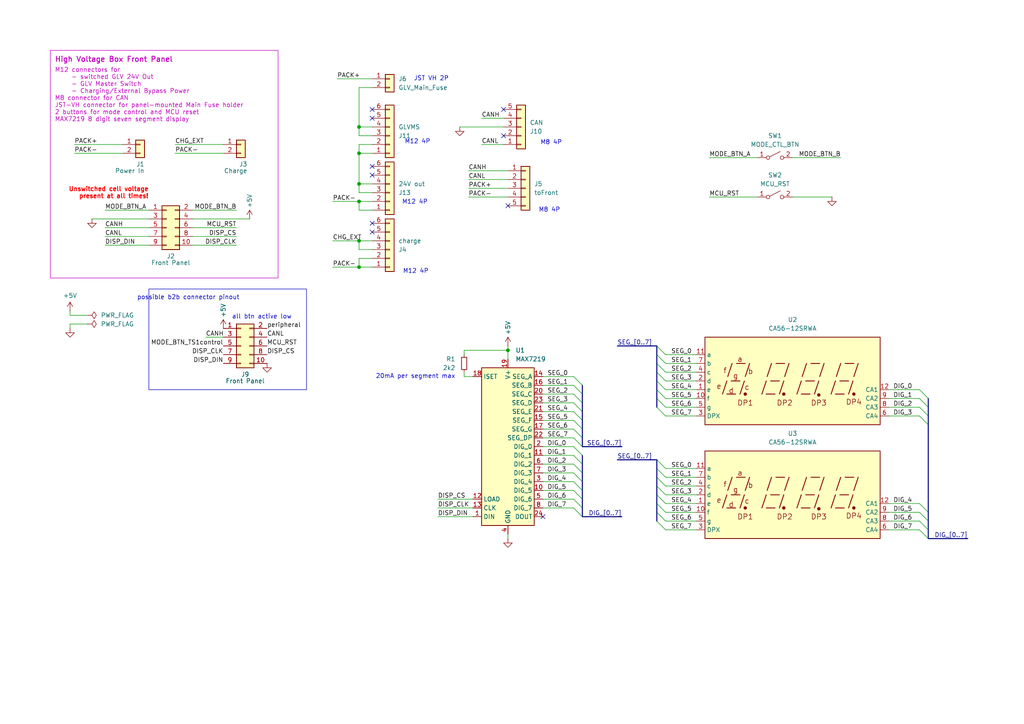
<source format=kicad_sch>
(kicad_sch (version 20231120) (generator "eeschema") (generator_version "8.0")
  (paper "A4")
  (lib_symbols
    (symbol "Connector_Generic:Conn_01x02" (pin_names (offset 1.016) hide)
      (property "Reference" "J" (at 0 2.54 0))
      (property "Value" "Conn_01x02" (at 0 -5.08 0))
      (symbol "Conn_01x02_1_1"
        (rectangle (start -1.27 -2.413) (end 0 -2.667) (stroke (width 0.1524)))
        (rectangle (start -1.27 0.127) (end 0 -0.127) (stroke (width 0.1524)))
        (rectangle (start -1.27 1.27) (end 1.27 -3.81) (stroke (width 0.254)) (fill (type background)))
        (pin passive line (at -5.08 0 0) (length 3.81) (name "Pin_1") (number "1"))
        (pin passive line (at -5.08 -2.54 0) (length 3.81) (name "Pin_2") (number "2"))
      )
    )
    (symbol "Connector_Generic:Conn_01x05" (pin_names (offset 1.016) hide)
      (property "Reference" "J" (at 0 7.62 0))
      (property "Value" "Conn_01x05" (at 0 -7.62 0))
      (symbol "Conn_01x05_1_1"
        (rectangle (start -1.27 -4.953) (end 0 -5.207) (stroke (width 0.1524)))
        (rectangle (start -1.27 -2.413) (end 0 -2.667) (stroke (width 0.1524)))
        (rectangle (start -1.27 0.127) (end 0 -0.127) (stroke (width 0.1524)))
        (rectangle (start -1.27 2.667) (end 0 2.413) (stroke (width 0.1524)))
        (rectangle (start -1.27 5.207) (end 0 4.953) (stroke (width 0.1524)))
        (rectangle (start -1.27 6.35) (end 1.27 -6.35) (stroke (width 0.254)) (fill (type background)))
        (pin passive line (at -5.08 5.08 0) (length 3.81) (name "Pin_1") (number "1"))
        (pin passive line (at -5.08 2.54 0) (length 3.81) (name "Pin_2") (number "2"))
        (pin passive line (at -5.08 0 0) (length 3.81) (name "Pin_3") (number "3"))
        (pin passive line (at -5.08 -2.54 0) (length 3.81) (name "Pin_4") (number "4"))
        (pin passive line (at -5.08 -5.08 0) (length 3.81) (name "Pin_5") (number "5"))
      )
    )
    (symbol "Connector_Generic:Conn_02x05_Odd_Even" (pin_names (offset 1.016) hide)
      (property "Reference" "J" (at 1.27 7.62 0))
      (property "Value" "Conn_02x05_Odd_Even" (at 1.27 -7.62 0))
      (symbol "Conn_02x05_Odd_Even_1_1"
        (rectangle (start -1.27 -4.953) (end 0 -5.207) (stroke (width 0.1524)))
        (rectangle (start -1.27 -2.413) (end 0 -2.667) (stroke (width 0.1524)))
        (rectangle (start -1.27 0.127) (end 0 -0.127) (stroke (width 0.1524)))
        (rectangle (start -1.27 2.667) (end 0 2.413) (stroke (width 0.1524)))
        (rectangle (start -1.27 5.207) (end 0 4.953) (stroke (width 0.1524)))
        (rectangle (start -1.27 6.35) (end 3.81 -6.35) (stroke (width 0.254)) (fill (type background)))
        (rectangle (start 3.81 -4.953) (end 2.54 -5.207) (stroke (width 0.1524)))
        (rectangle (start 3.81 -2.413) (end 2.54 -2.667) (stroke (width 0.1524)))
        (rectangle (start 3.81 0.127) (end 2.54 -0.127) (stroke (width 0.1524)))
        (rectangle (start 3.81 2.667) (end 2.54 2.413) (stroke (width 0.1524)))
        (rectangle (start 3.81 5.207) (end 2.54 4.953) (stroke (width 0.1524)))
        (pin passive line (at -5.08 5.08 0) (length 3.81) (name "Pin_1") (number "1"))
        (pin passive line (at 7.62 -5.08 180) (length 3.81) (name "Pin_10") (number "10"))
        (pin passive line (at 7.62 5.08 180) (length 3.81) (name "Pin_2") (number "2"))
        (pin passive line (at -5.08 2.54 0) (length 3.81) (name "Pin_3") (number "3"))
        (pin passive line (at 7.62 2.54 180) (length 3.81) (name "Pin_4") (number "4"))
        (pin passive line (at -5.08 0 0) (length 3.81) (name "Pin_5") (number "5"))
        (pin passive line (at 7.62 0 180) (length 3.81) (name "Pin_6") (number "6"))
        (pin passive line (at -5.08 -2.54 0) (length 3.81) (name "Pin_7") (number "7"))
        (pin passive line (at 7.62 -2.54 180) (length 3.81) (name "Pin_8") (number "8"))
        (pin passive line (at -5.08 -5.08 0) (length 3.81) (name "Pin_9") (number "9"))
      )
    )
    (symbol "Device:R_Small" (pin_numbers hide) (pin_names (offset 0.254) hide)
      (property "Reference" "R" (at 0.762 0.508 0))
      (property "Value" "R_Small" (at 0.762 -1.016 0))
      (symbol "R_Small_0_1"
        (rectangle (start -0.762 1.778) (end 0.762 -1.778) (stroke (width 0.2032)))
      )
      (symbol "R_Small_1_1"
        (pin passive line (at 0 2.54 270) (length 0.762) (name "~") (number "1"))
        (pin passive line (at 0 -2.54 90) (length 0.762) (name "~") (number "2"))
      )
    )
    (symbol "Display_Character:CA56-12SRWA"
      (property "Reference" "U" (at -24.13 13.97 0))
      (property "Value" "CA56-12SRWA" (at 17.78 13.97 0))
      (symbol "CA56-12SRWA_0_0"
        (rectangle (start -25.4 12.7) (end 25.4 -12.7) (stroke (width 0.254)) (fill (type background)))
        (polyline (pts (xy -20.32 -3.81) (xy -19.05 0)) (stroke (width 0.254)))
        (polyline (pts (xy -19.05 -3.81) (xy -16.51 -3.81)) (stroke (width 0.254)))
        (polyline (pts (xy -18.796 1.27) (xy -17.526 5.08)) (stroke (width 0.254)))
        (polyline (pts (xy -17.78 0) (xy -15.24 0)) (stroke (width 0.254)))
        (polyline (pts (xy -16.256 5.08) (xy -13.716 5.08)) (stroke (width 0.254)))
        (polyline (pts (xy -15.24 -3.81) (xy -13.97 0)) (stroke (width 0.254)))
        (polyline (pts (xy -13.716 1.27) (xy -12.446 5.08)) (stroke (width 0.254)))
        (polyline (pts (xy -8.89 -3.81) (xy -7.62 0)) (stroke (width 0.254)))
        (polyline (pts (xy -7.62 -3.81) (xy -5.08 -3.81)) (stroke (width 0.254)))
        (polyline (pts (xy -7.366 1.27) (xy -6.096 5.08)) (stroke (width 0.254)))
        (polyline (pts (xy -6.35 0) (xy -3.81 0)) (stroke (width 0.254)))
        (polyline (pts (xy -4.826 5.08) (xy -2.286 5.08)) (stroke (width 0.254)))
        (polyline (pts (xy -3.81 -3.81) (xy -2.54 0)) (stroke (width 0.254)))
        (polyline (pts (xy -2.286 1.27) (xy -1.016 5.08)) (stroke (width 0.254)))
        (polyline (pts (xy 1.27 -3.81) (xy 2.54 0)) (stroke (width 0.254)))
        (polyline (pts (xy 2.54 -3.81) (xy 5.08 -3.81)) (stroke (width 0.254)))
        (polyline (pts (xy 2.794 1.27) (xy 4.064 5.08)) (stroke (width 0.254)))
        (polyline (pts (xy 3.81 0) (xy 6.35 0)) (stroke (width 0.254)))
        (polyline (pts (xy 5.334 5.08) (xy 7.874 5.08)) (stroke (width 0.254)))
        (polyline (pts (xy 6.35 -3.81) (xy 7.62 0)) (stroke (width 0.254)))
        (polyline (pts (xy 7.874 1.27) (xy 9.144 5.08)) (stroke (width 0.254)))
        (polyline (pts (xy 11.176 -3.81) (xy 12.446 0)) (stroke (width 0.254)))
        (polyline (pts (xy 12.446 -3.81) (xy 14.986 -3.81)) (stroke (width 0.254)))
        (polyline (pts (xy 12.7 1.27) (xy 13.97 5.08)) (stroke (width 0.254)))
        (polyline (pts (xy 13.716 0) (xy 16.256 0)) (stroke (width 0.254)))
        (polyline (pts (xy 15.24 5.08) (xy 17.78 5.08)) (stroke (width 0.254)))
        (polyline (pts (xy 16.256 -3.81) (xy 17.526 0)) (stroke (width 0.254)))
        (polyline (pts (xy 17.78 1.27) (xy 19.05 5.08)) (stroke (width 0.254)))
        (text "a" (at -15.24 6.35 0) (effects (font (size 1.524 1.524))))
        (text "b" (at -12.192 2.794 0) (effects (font (size 1.524 1.524))))
        (text "c" (at -13.208 -1.778 0) (effects (font (size 1.524 1.524))))
        (text "d" (at -17.78 -2.794 0) (effects (font (size 1.524 1.524))))
        (text "DP1" (at -13.716 -6.35 0) (effects (font (size 1.524 1.524))))
        (text "DP2" (at -2.286 -6.35 0) (effects (font (size 1.524 1.524))))
        (text "DP3" (at 7.62 -6.35 0) (effects (font (size 1.524 1.524))))
        (text "DP4" (at 17.78 -6.096 0) (effects (font (size 1.524 1.524))))
        (text "e" (at -21.336 -1.524 0) (effects (font (size 1.524 1.524))))
        (text "f" (at -19.558 3.048 0) (effects (font (size 1.524 1.524))))
        (text "g" (at -16.51 1.524 0) (effects (font (size 1.524 1.524))))
      )
      (symbol "CA56-12SRWA_0_1"
        (circle (center -13.716 -3.81) (radius 0.3556) (stroke (width 0.254)) (fill (type outline)))
        (circle (center -2.54 -3.81) (radius 0.3556) (stroke (width 0.254)) (fill (type outline)))
      )
      (symbol "CA56-12SRWA_1_0"
        (circle (center 7.62 -4.064) (radius 0.3556) (stroke (width 0.254)) (fill (type outline)))
        (circle (center 17.78 -3.81) (radius 0.3556) (stroke (width 0.254)) (fill (type outline)))
      )
      (symbol "CA56-12SRWA_1_1"
        (pin input line (at -27.94 -2.54 0) (length 2.54) (name "e") (number "1"))
        (pin input line (at -27.94 -5.08 0) (length 2.54) (name "f") (number "10"))
        (pin input line (at -27.94 7.62 0) (length 2.54) (name "a") (number "11"))
        (pin input line (at 27.94 -2.54 180) (length 2.54) (name "CA1") (number "12"))
        (pin input line (at -27.94 0 0) (length 2.54) (name "d") (number "2"))
        (pin input line (at -27.94 -10.16 0) (length 2.54) (name "DPX") (number "3"))
        (pin input line (at -27.94 2.54 0) (length 2.54) (name "c") (number "4"))
        (pin input line (at -27.94 -7.62 0) (length 2.54) (name "g") (number "5"))
        (pin input line (at 27.94 -10.16 180) (length 2.54) (name "CA4") (number "6"))
        (pin input line (at -27.94 5.08 0) (length 2.54) (name "b") (number "7"))
        (pin input line (at 27.94 -7.62 180) (length 2.54) (name "CA3") (number "8"))
        (pin input line (at 27.94 -5.08 180) (length 2.54) (name "CA2") (number "9"))
      )
    )
    (symbol "Driver_LED:MAX7219"
      (property "Reference" "U" (at -6.35 24.13 0))
      (property "Value" "MAX7219" (at 1.27 25.4 0))
      (symbol "MAX7219_0_1"
        (rectangle (start -7.62 22.86) (end 7.62 -22.86) (stroke (width 0.254)) (fill (type background)))
      )
      (symbol "MAX7219_1_1"
        (pin input line (at -10.16 -20.32 0) (length 2.54) (name "DIN") (number "1"))
        (pin output line (at 10.16 -12.7 180) (length 2.54) (name "DIG_5") (number "10"))
        (pin output line (at 10.16 -2.54 180) (length 2.54) (name "DIG_1") (number "11"))
        (pin input line (at -10.16 -15.24 0) (length 2.54) (name "LOAD") (number "12"))
        (pin input line (at -10.16 -17.78 0) (length 2.54) (name "CLK") (number "13"))
        (pin output line (at 10.16 20.32 180) (length 2.54) (name "SEG_A") (number "14"))
        (pin output line (at 10.16 7.62 180) (length 2.54) (name "SEG_F") (number "15"))
        (pin output line (at 10.16 17.78 180) (length 2.54) (name "SEG_B") (number "16"))
        (pin output line (at 10.16 5.08 180) (length 2.54) (name "SEG_G") (number "17"))
        (pin input line (at -10.16 20.32 0) (length 2.54) (name "ISET") (number "18"))
        (pin power_in line (at 0 25.4 270) (length 2.54) (name "V+") (number "19"))
        (pin output line (at 10.16 0 180) (length 2.54) (name "DIG_0") (number "2"))
        (pin output line (at 10.16 15.24 180) (length 2.54) (name "SEG_C") (number "20"))
        (pin output line (at 10.16 10.16 180) (length 2.54) (name "SEG_E") (number "21"))
        (pin output line (at 10.16 2.54 180) (length 2.54) (name "SEG_DP") (number "22"))
        (pin output line (at 10.16 12.7 180) (length 2.54) (name "SEG_D") (number "23"))
        (pin output line (at 10.16 -20.32 180) (length 2.54) (name "DOUT") (number "24"))
        (pin output line (at 10.16 -10.16 180) (length 2.54) (name "DIG_4") (number "3"))
        (pin power_in line (at 0 -25.4 90) (length 2.54) (name "GND") (number "4"))
        (pin output line (at 10.16 -15.24 180) (length 2.54) (name "DIG_6") (number "5"))
        (pin output line (at 10.16 -5.08 180) (length 2.54) (name "DIG_2") (number "6"))
        (pin output line (at 10.16 -7.62 180) (length 2.54) (name "DIG_3") (number "7"))
        (pin output line (at 10.16 -17.78 180) (length 2.54) (name "DIG_7") (number "8"))
        (pin passive line (at 0 -25.4 90) (length 2.54) hide (name "GND") (number "9"))
      )
    )
    (symbol "GND_1" (power) (pin_numbers hide) (pin_names (offset 0) hide)
      (property "Value" "GND" (at 0 -3.81 0))
      (symbol "GND_1_0_1"
        (polyline (pts (xy 0 0) (xy 0 -1.27) (xy 1.27 -1.27) (xy 0 -2.54) (xy -1.27 -1.27) (xy 0 -1.27)))
      )
      (symbol "GND_1_1_1"
        (pin power_in line (at 0 0 270) (length 0) (name "~") (number "1"))
      )
    )
    (symbol "PCM_4ms_Connector:Conn_01x06" (pin_names (offset 1.016) hide)
      (property "Reference" "J" (at 0 7.62 0))
      (property "Value" "Conn_01x06" (at 0 -10.16 0))
      (symbol "Conn_01x06_1_1"
        (rectangle (start -1.27 -7.493) (end 0 -7.747) (stroke (width 0.1524)))
        (rectangle (start -1.27 -4.953) (end 0 -5.207) (stroke (width 0.1524)))
        (rectangle (start -1.27 -2.413) (end 0 -2.667) (stroke (width 0.1524)))
        (rectangle (start -1.27 0.127) (end 0 -0.127) (stroke (width 0.1524)))
        (rectangle (start -1.27 2.667) (end 0 2.413) (stroke (width 0.1524)))
        (rectangle (start -1.27 5.207) (end 0 4.953) (stroke (width 0.1524)))
        (rectangle (start -1.27 6.35) (end 1.27 -8.89) (stroke (width 0.254)) (fill (type background)))
        (pin passive line (at -5.08 5.08 0) (length 3.81) (name "Pin_1") (number "1"))
        (pin passive line (at -5.08 2.54 0) (length 3.81) (name "Pin_2") (number "2"))
        (pin passive line (at -5.08 0 0) (length 3.81) (name "Pin_3") (number "3"))
        (pin passive line (at -5.08 -2.54 0) (length 3.81) (name "Pin_4") (number "4"))
        (pin passive line (at -5.08 -5.08 0) (length 3.81) (name "Pin_5") (number "5"))
        (pin passive line (at -5.08 -7.62 0) (length 3.81) (name "Pin_6") (number "6"))
      )
    )
    (symbol "Switch:SW_SPST" (pin_names (offset 0) hide)
      (property "Reference" "SW" (at 0 3.175 0))
      (property "Value" "SW_SPST" (at 0 -2.54 0))
      (symbol "SW_SPST_0_0"
        (circle (center -2.032 0) (radius 0.508))
        (polyline (pts (xy -1.524 0.254) (xy 1.524 1.778)))
        (circle (center 2.032 0) (radius 0.508))
      )
      (symbol "SW_SPST_1_1"
        (pin passive line (at -5.08 0 0) (length 2.54) (name "A") (number "1"))
        (pin passive line (at 5.08 0 180) (length 2.54) (name "B") (number "2"))
      )
    )
    (symbol "power:+3V3" (power) (pin_numbers hide) (pin_names (offset 0) hide)
      (property "Value" "+3V3" (at 0 3.556 0))
      (symbol "+3V3_0_1"
        (polyline (pts (xy -0.762 1.27) (xy 0 2.54)))
        (polyline (pts (xy 0 0) (xy 0 2.54)))
        (polyline (pts (xy 0 2.54) (xy 0.762 1.27)))
      )
      (symbol "+3V3_1_1"
        (pin power_in line (at 0 0 90) (length 0) (name "~") (number "1"))
      )
    )
    (symbol "power:PWR_FLAG" (power) (pin_numbers hide) (pin_names (offset 0) hide)
      (property "Value" "PWR_FLAG" (at 0 3.81 0))
      (symbol "PWR_FLAG_0_0"
        (pin power_out line (at 0 0 90) (length 0) (name "~") (number "1"))
      )
      (symbol "PWR_FLAG_0_1"
        (polyline (pts (xy 0 0) (xy 0 1.27) (xy -1.016 1.905) (xy 0 2.54) (xy 1.016 1.905) (xy 0 1.27)))
      )
    )
  )
  (junction (at 104.14 69.85))
  (junction (at 104.14 36.83))
  (junction (at 104.14 44.45))
  (junction (at 104.14 77.47))
  (junction (at 104.14 53.34))
  (junction (at 104.14 58.42))
  (junction (at 147.32 101.6))
  (no_connect (at 107.95 31.75))
  (no_connect (at 157.48 149.86))
  (no_connect (at 107.95 64.77))
  (no_connect (at 147.32 59.69))
  (no_connect (at 107.95 34.29))
  (no_connect (at 146.05 39.37))
  (no_connect (at 107.95 67.31))
  (no_connect (at 107.95 50.8))
  (no_connect (at 146.05 31.75))
  (no_connect (at 107.95 48.26))
  (bus_entry (at 166.37 132.08) (size 2.54 2.54))
  (bus_entry (at 190.5 113.03) (size 2.54 2.54))
  (bus_entry (at 190.5 146.05) (size 2.54 2.54))
  (bus_entry (at 266.7 113.03) (size 2.54 2.54))
  (bus_entry (at 266.7 151.13) (size 2.54 2.54))
  (bus_entry (at 190.5 100.33) (size 2.54 2.54))
  (bus_entry (at 266.7 153.67) (size 2.54 2.54))
  (bus_entry (at 166.37 111.76) (size 2.54 2.54))
  (bus_entry (at 190.5 135.89) (size 2.54 2.54))
  (bus_entry (at 166.37 129.54) (size 2.54 2.54))
  (bus_entry (at 266.7 148.59) (size 2.54 2.54))
  (bus_entry (at 266.7 115.57) (size 2.54 2.54))
  (bus_entry (at 166.37 147.32) (size 2.54 2.54))
  (bus_entry (at 166.37 134.62) (size 2.54 2.54))
  (bus_entry (at 190.5 115.57) (size 2.54 2.54))
  (bus_entry (at 166.37 144.78) (size 2.54 2.54))
  (bus_entry (at 166.37 142.24) (size 2.54 2.54))
  (bus_entry (at 266.7 118.11) (size 2.54 2.54))
  (bus_entry (at 166.37 137.16) (size 2.54 2.54))
  (bus_entry (at 166.37 121.92) (size 2.54 2.54))
  (bus_entry (at 166.37 124.46) (size 2.54 2.54))
  (bus_entry (at 190.5 102.87) (size 2.54 2.54))
  (bus_entry (at 190.5 148.59) (size 2.54 2.54))
  (bus_entry (at 166.37 109.22) (size 2.54 2.54))
  (bus_entry (at 166.37 127) (size 2.54 2.54))
  (bus_entry (at 190.5 138.43) (size 2.54 2.54))
  (bus_entry (at 190.5 105.41) (size 2.54 2.54))
  (bus_entry (at 166.37 116.84) (size 2.54 2.54))
  (bus_entry (at 190.5 133.35) (size 2.54 2.54))
  (bus_entry (at 190.5 143.51) (size 2.54 2.54))
  (bus_entry (at 190.5 140.97) (size 2.54 2.54))
  (bus_entry (at 166.37 119.38) (size 2.54 2.54))
  (bus_entry (at 266.7 146.05) (size 2.54 2.54))
  (bus_entry (at 166.37 114.3) (size 2.54 2.54))
  (bus_entry (at 190.5 110.49) (size 2.54 2.54))
  (bus_entry (at 266.7 120.65) (size 2.54 2.54))
  (bus_entry (at 190.5 118.11) (size 2.54 2.54))
  (bus_entry (at 190.5 151.13) (size 2.54 2.54))
  (bus_entry (at 190.5 107.95) (size 2.54 2.54))
  (bus_entry (at 166.37 139.7) (size 2.54 2.54))
  (wire (pts (xy 104.14 55.88) (xy 107.95 55.88)))
  (wire (pts (xy 201.93 113.03) (xy 193.04 113.03)))
  (wire (pts (xy 25.4 91.44) (xy 20.32 91.44)))
  (wire (pts (xy 127 144.78) (xy 137.16 144.78)))
  (bus (pts (xy 269.24 120.65) (xy 269.24 123.19)))
  (wire (pts (xy 201.93 110.49) (xy 193.04 110.49)))
  (wire (pts (xy 104.14 60.96) (xy 104.14 58.42)))
  (bus (pts (xy 190.5 146.05) (xy 190.5 148.59)))
  (wire (pts (xy 157.48 142.24) (xy 166.37 142.24)))
  (wire (pts (xy 21.59 44.45) (xy 35.56 44.45)))
  (wire (pts (xy 157.48 114.3) (xy 166.37 114.3)))
  (wire (pts (xy 135.89 52.07) (xy 147.32 52.07)))
  (wire (pts (xy 157.48 124.46) (xy 166.37 124.46)))
  (wire (pts (xy 107.95 60.96) (xy 104.14 60.96)))
  (bus (pts (xy 190.5 115.57) (xy 190.5 118.11)))
  (wire (pts (xy 134.62 107.95) (xy 134.62 109.22)))
  (wire (pts (xy 104.14 39.37) (xy 107.95 39.37)))
  (bus (pts (xy 168.91 114.3) (xy 168.91 116.84)))
  (wire (pts (xy 135.89 49.53) (xy 147.32 49.53)))
  (wire (pts (xy 229.87 57.15) (xy 241.3 57.15)))
  (bus (pts (xy 269.24 156.21) (xy 280.67 156.21)))
  (wire (pts (xy 157.48 144.78) (xy 166.37 144.78)))
  (wire (pts (xy 104.14 36.83) (xy 104.14 39.37)))
  (wire (pts (xy 201.93 105.41) (xy 193.04 105.41)))
  (wire (pts (xy 107.95 41.91) (xy 104.14 41.91)))
  (wire (pts (xy 107.95 72.39) (xy 104.14 72.39)))
  (bus (pts (xy 190.5 113.03) (xy 190.5 115.57)))
  (wire (pts (xy 135.89 57.15) (xy 147.32 57.15)))
  (wire (pts (xy 68.58 66.04) (xy 55.88 66.04)))
  (wire (pts (xy 104.14 41.91) (xy 104.14 44.45)))
  (wire (pts (xy 104.14 74.93) (xy 104.14 77.47)))
  (bus (pts (xy 269.24 115.57) (xy 269.24 118.11)))
  (wire (pts (xy 201.93 102.87) (xy 193.04 102.87)))
  (bus (pts (xy 168.91 111.76) (xy 168.91 114.3)))
  (wire (pts (xy 104.14 53.34) (xy 107.95 53.34)))
  (wire (pts (xy 147.32 100.33) (xy 147.32 101.6)))
  (bus (pts (xy 168.91 144.78) (xy 168.91 147.32)))
  (bus (pts (xy 168.91 142.24) (xy 168.91 144.78)))
  (wire (pts (xy 201.93 138.43) (xy 193.04 138.43)))
  (wire (pts (xy 157.48 116.84) (xy 166.37 116.84)))
  (wire (pts (xy 20.32 93.98) (xy 20.32 95.25)))
  (bus (pts (xy 190.5 138.43) (xy 190.5 140.97)))
  (bus (pts (xy 190.5 133.35) (xy 190.5 135.89)))
  (wire (pts (xy 72.39 63.5) (xy 55.88 63.5)))
  (bus (pts (xy 190.5 140.97) (xy 190.5 143.51)))
  (wire (pts (xy 30.48 66.04) (xy 43.18 66.04)))
  (wire (pts (xy 266.7 153.67) (xy 257.81 153.67)))
  (wire (pts (xy 30.48 68.58) (xy 43.18 68.58)))
  (bus (pts (xy 168.91 116.84) (xy 168.91 119.38)))
  (wire (pts (xy 157.48 111.76) (xy 166.37 111.76)))
  (wire (pts (xy 157.48 129.54) (xy 166.37 129.54)))
  (wire (pts (xy 50.8 41.91) (xy 64.77 41.91)))
  (bus (pts (xy 190.5 100.33) (xy 190.5 102.87)))
  (bus (pts (xy 269.24 148.59) (xy 269.24 151.13)))
  (wire (pts (xy 157.48 139.7) (xy 166.37 139.7)))
  (wire (pts (xy 139.7 41.91) (xy 146.05 41.91)))
  (bus (pts (xy 190.5 107.95) (xy 190.5 110.49)))
  (wire (pts (xy 96.52 77.47) (xy 104.14 77.47)))
  (wire (pts (xy 157.48 132.08) (xy 166.37 132.08)))
  (wire (pts (xy 104.14 44.45) (xy 104.14 53.34)))
  (wire (pts (xy 257.81 120.65) (xy 266.7 120.65)))
  (wire (pts (xy 134.62 101.6) (xy 147.32 101.6)))
  (wire (pts (xy 104.14 36.83) (xy 107.95 36.83)))
  (wire (pts (xy 30.48 71.12) (xy 43.18 71.12)))
  (wire (pts (xy 201.93 107.95) (xy 193.04 107.95)))
  (bus (pts (xy 190.5 148.59) (xy 190.5 151.13)))
  (bus (pts (xy 190.5 135.89) (xy 190.5 138.43)))
  (wire (pts (xy 157.48 121.92) (xy 166.37 121.92)))
  (wire (pts (xy 104.14 72.39) (xy 104.14 69.85)))
  (wire (pts (xy 229.87 45.72) (xy 243.84 45.72)))
  (wire (pts (xy 201.93 148.59) (xy 193.04 148.59)))
  (wire (pts (xy 157.48 119.38) (xy 166.37 119.38)))
  (wire (pts (xy 257.81 151.13) (xy 266.7 151.13)))
  (wire (pts (xy 21.59 41.91) (xy 35.56 41.91)))
  (wire (pts (xy 26.67 63.5) (xy 43.18 63.5)))
  (wire (pts (xy 104.14 55.88) (xy 104.14 53.34)))
  (wire (pts (xy 157.48 109.22) (xy 166.37 109.22)))
  (bus (pts (xy 269.24 118.11) (xy 269.24 120.65)))
  (wire (pts (xy 59.69 97.79) (xy 64.77 97.79)))
  (bus (pts (xy 269.24 123.19) (xy 269.24 148.59)))
  (wire (pts (xy 257.81 148.59) (xy 266.7 148.59)))
  (bus (pts (xy 168.91 147.32) (xy 168.91 149.86)))
  (bus (pts (xy 190.5 105.41) (xy 190.5 107.95)))
  (wire (pts (xy 157.48 147.32) (xy 166.37 147.32)))
  (wire (pts (xy 134.62 102.87) (xy 134.62 101.6)))
  (wire (pts (xy 133.35 36.83) (xy 146.05 36.83)))
  (wire (pts (xy 30.48 60.96) (xy 43.18 60.96)))
  (wire (pts (xy 201.93 146.05) (xy 193.04 146.05)))
  (wire (pts (xy 139.7 34.29) (xy 146.05 34.29)))
  (wire (pts (xy 157.48 134.62) (xy 166.37 134.62)))
  (wire (pts (xy 135.89 54.61) (xy 147.32 54.61)))
  (wire (pts (xy 147.32 154.94) (xy 147.32 156.21)))
  (wire (pts (xy 97.79 22.86) (xy 107.95 22.86)))
  (wire (pts (xy 201.93 135.89) (xy 193.04 135.89)))
  (wire (pts (xy 127 147.32) (xy 137.16 147.32)))
  (bus (pts (xy 168.91 137.16) (xy 168.91 139.7)))
  (wire (pts (xy 20.32 91.44) (xy 20.32 90.17)))
  (bus (pts (xy 179.07 100.33) (xy 190.5 100.33)))
  (bus (pts (xy 179.07 133.35) (xy 190.5 133.35)))
  (wire (pts (xy 157.48 137.16) (xy 166.37 137.16)))
  (wire (pts (xy 68.58 71.12) (xy 55.88 71.12)))
  (wire (pts (xy 104.14 77.47) (xy 107.95 77.47)))
  (wire (pts (xy 127 149.86) (xy 137.16 149.86)))
  (wire (pts (xy 107.95 25.4) (xy 104.14 25.4)))
  (wire (pts (xy 257.81 115.57) (xy 266.7 115.57)))
  (wire (pts (xy 104.14 25.4) (xy 104.14 36.83)))
  (wire (pts (xy 104.14 58.42) (xy 107.95 58.42)))
  (bus (pts (xy 168.91 121.92) (xy 168.91 124.46)))
  (wire (pts (xy 107.95 74.93) (xy 104.14 74.93)))
  (wire (pts (xy 201.93 143.51) (xy 193.04 143.51)))
  (bus (pts (xy 190.5 102.87) (xy 190.5 105.41)))
  (bus (pts (xy 168.91 119.38) (xy 168.91 121.92)))
  (wire (pts (xy 96.52 69.85) (xy 104.14 69.85)))
  (wire (pts (xy 134.62 109.22) (xy 137.16 109.22)))
  (wire (pts (xy 205.74 57.15) (xy 219.71 57.15)))
  (wire (pts (xy 201.93 118.11) (xy 193.04 118.11)))
  (wire (pts (xy 201.93 140.97) (xy 193.04 140.97)))
  (wire (pts (xy 201.93 153.67) (xy 193.04 153.67)))
  (wire (pts (xy 201.93 120.65) (xy 193.04 120.65)))
  (wire (pts (xy 201.93 151.13) (xy 193.04 151.13)))
  (wire (pts (xy 50.8 44.45) (xy 64.77 44.45)))
  (bus (pts (xy 168.91 132.08) (xy 168.91 134.62)))
  (bus (pts (xy 190.5 110.49) (xy 190.5 113.03)))
  (bus (pts (xy 190.5 143.51) (xy 190.5 146.05)))
  (bus (pts (xy 168.91 127) (xy 168.91 129.54)))
  (bus (pts (xy 168.91 134.62) (xy 168.91 137.16)))
  (bus (pts (xy 269.24 151.13) (xy 269.24 153.67)))
  (wire (pts (xy 68.58 60.96) (xy 55.88 60.96)))
  (wire (pts (xy 104.14 69.85) (xy 107.95 69.85)))
  (wire (pts (xy 68.58 68.58) (xy 55.88 68.58)))
  (bus (pts (xy 168.91 139.7) (xy 168.91 142.24)))
  (wire (pts (xy 257.81 113.03) (xy 266.7 113.03)))
  (wire (pts (xy 25.4 93.98) (xy 20.32 93.98)))
  (wire (pts (xy 257.81 118.11) (xy 266.7 118.11)))
  (bus (pts (xy 168.91 124.46) (xy 168.91 127)))
  (wire (pts (xy 257.81 146.05) (xy 266.7 146.05)))
  (wire (pts (xy 157.48 127) (xy 166.37 127)))
  (wire (pts (xy 96.52 58.42) (xy 104.14 58.42)))
  (bus (pts (xy 168.91 129.54) (xy 180.34 129.54)))
  (wire (pts (xy 205.74 45.72) (xy 219.71 45.72)))
  (wire (pts (xy 107.95 44.45) (xy 104.14 44.45)))
  (bus (pts (xy 269.24 153.67) (xy 269.24 156.21)))
  (wire (pts (xy 201.93 115.57) (xy 193.04 115.57)))
  (wire (pts (xy 147.32 101.6) (xy 147.32 104.14)))
  (bus (pts (xy 168.91 149.86) (xy 180.34 149.86)))
  (rectangle (start 43.18 83.82) (end 88.9 113.03))
  (rectangle (start 14.605 14.605) (end 80.645 80.645) (stroke (width 0) (color 194 0 194 1)))
  (text "JST VH 2P" (at 120.015 22.86 0) (effects (font (size 1.27 1.27)) (justify left)))
  (text "M8 4P" (at 156.21 60.96 0) (effects (font (size 1.27 1.27)) (justify left)))
  (text "M12 4P" (at 116.586 58.674 0) (effects (font (size 1.27 1.27)) (justify left)))
  (text "M8 4P" (at 156.718 41.402 0) (effects (font (size 1.27 1.27)) (justify left)))
  (text "20mA per segment max" (at 132.08 109.22 0) (effects (font (size 1.27 1.27)) (justify right)))
  (text "High Voltage Box Front Panel" (at 15.875 16.51 0) (effects (font (size 1.5 1.5) (thickness 0.254) (bold yes)) (justify left top)))
  (text "M12 4P" (at 117.348 41.148 0) (effects (font (size 1.27 1.27)) (justify left)))
  (text "possible b2b connector pinout" (at 54.61 86.36 0) (effects (font (size 1.27 1.27))))
  (text "M12 4P" (at 116.84 78.74 0) (effects (font (size 1.27 1.27)) (justify left)))
  (text "M12 connectors for \n	- switched GLV 24V Out\n	- GLV Master Switch\n	- Charging/External Bypass Power\nM8 connector for CAN\nJST-VH connector for panel-mounted Main Fuse holder\n2 buttons for mode control and MCU reset\nMAX7219 8 digit seven segment display" (at 15.875 19.685 0) (effects (font (size 1.27 1.27)) (justify left top)))
  (text "Unswitched cell voltage\npresent at all times!" (at 43.18 57.785 0) (effects (font (size 1.27 1.27) (thickness 0.254) (bold yes)) (justify right bottom)))
  (text "all btn active low" (at 75.946 91.948 0) (effects (font (size 1.27 1.27))))
  (label "peripheral" (at 77.47 95.25 0))
  (label "MODE_BTN_B" (at 68.58 60.96 180))
  (label "SEG_3" (at 200.66 110.49 180))
  (label "SEG_7" (at 158.75 127 0))
  (label "PACK+" (at 97.79 22.86 0))
  (label "MODE_BTN_B" (at 243.84 45.72 180))
  (label "DIG_0" (at 259.08 113.03 0))
  (label "SEG_2" (at 200.66 140.97 180))
  (label "SEG_3" (at 158.75 116.84 0))
  (label "CANH" (at 30.48 66.04 0))
  (label "DIG_0" (at 158.75 129.54 0))
  (label "CANH" (at 139.7 34.29 0))
  (label "DIG_[0..7]" (at 180.34 149.86 180))
  (label "CHG_EXT" (at 50.8 41.91 0))
  (label "SEG_6" (at 200.66 151.13 180))
  (label "PACK-" (at 96.52 58.42 0))
  (label "DISP_DIN" (at 127 149.86 0))
  (label "SEG_1" (at 200.66 105.41 180))
  (label "SEG_2" (at 200.66 107.95 180))
  (label "DIG_1" (at 158.75 132.08 0))
  (label "SEG_[0..7]" (at 180.34 129.54 180))
  (label "SEG_4" (at 200.66 146.05 180))
  (label "SEG_5" (at 158.75 121.92 0))
  (label "MODE_BTN_A" (at 205.74 45.72 0))
  (label "DIG_5" (at 259.08 148.59 0))
  (label "PACK-" (at 50.8 44.45 0))
  (label "SEG_7" (at 200.66 120.65 180))
  (label "SEG_[0..7]" (at 179.07 100.33 0))
  (label "DISP_DIN" (at 64.77 105.41 180))
  (label "MODE_BTN_TS1control" (at 64.77 100.33 180))
  (label "CHG_EXT" (at 96.52 69.85 0))
  (label "DISP_DIN" (at 30.48 71.12 0))
  (label "PACK+" (at 21.59 41.91 0))
  (label "SEG_4" (at 158.75 119.38 0))
  (label "SEG_1" (at 158.75 111.76 0))
  (label "SEG_1" (at 200.66 138.43 180))
  (label "SEG_6" (at 158.75 124.46 0))
  (label "DISP_CS" (at 68.58 68.58 180))
  (label "SEG_6" (at 200.66 118.11 180))
  (label "MCU_RST" (at 77.47 100.33 0))
  (label "DISP_CLK" (at 64.77 102.87 180))
  (label "DIG_3" (at 158.75 137.16 0))
  (label "SEG_3" (at 200.66 143.51 180))
  (label "CANH" (at 59.69 97.79 0))
  (label "PACK+" (at 135.89 54.61 0))
  (label "CANL" (at 135.89 52.07 0))
  (label "MCU_RST" (at 68.58 66.04 180))
  (label "DIG_2" (at 158.75 134.62 0))
  (label "CANL" (at 30.48 68.58 0))
  (label "DIG_6" (at 158.75 144.78 0))
  (label "SEG_5" (at 200.66 115.57 180))
  (label "MODE_BTN_A" (at 30.48 60.96 0))
  (label "PACK-" (at 96.52 77.47 0))
  (label "PACK-" (at 135.89 57.15 0))
  (label "DIG_4" (at 259.08 146.05 0))
  (label "CANH" (at 135.89 49.53 0))
  (label "DIG_[0..7]" (at 280.67 156.21 180))
  (label "SEG_0" (at 200.66 102.87 180))
  (label "DIG_7" (at 259.08 153.67 0))
  (label "DISP_CLK" (at 127 147.32 0))
  (label "SEG_2" (at 158.75 114.3 0))
  (label "SEG_5" (at 200.66 148.59 180))
  (label "SEG_0" (at 158.75 109.22 0))
  (label "DIG_2" (at 259.08 118.11 0))
  (label "MCU_RST" (at 205.74 57.15 0))
  (label "DIG_1" (at 259.08 115.57 0))
  (label "DISP_CS" (at 77.47 102.87 0))
  (label "DIG_3" (at 259.08 120.65 0))
  (label "SEG_7" (at 200.66 153.67 180))
  (label "CANL" (at 139.7 41.91 0))
  (label "DISP_CLK" (at 68.58 71.12 180))
  (label "PACK-" (at 21.59 44.45 0))
  (label "SEG_[0..7]" (at 179.07 133.35 0))
  (label "DIG_4" (at 158.75 139.7 0))
  (label "SEG_0" (at 200.66 135.89 180))
  (label "DIG_6" (at 259.08 151.13 0))
  (label "DIG_5" (at 158.75 142.24 0))
  (label "DIG_7" (at 158.75 147.32 0))
  (label "SEG_4" (at 200.66 113.03 180))
  (label "DISP_CS" (at 127 144.78 0))
  (label "CANL" (at 77.47 97.79 0))
  (symbol (lib_id "power:+3V3") (at 64.77 95.25 0) (mirror y) (unit 1)
    (property "Reference" "#PWR09" (effects (hide yes)))
    (property "Value" "+5V" (at 64.77 92.075 90) (effects (justify left)))
    (property "Description" "Power symbol creates a global label with name \"+3V3\"" (effects (hide yes)))
  )
  (symbol (lib_id "power:+3V3") (at 20.32 90.17 0) (mirror y) (unit 1)
    (property "Reference" "#PWR07" (effects (hide yes)))
    (property "Value" "+5V" (at 20.32 85.725 0))
    (property "Description" "Power symbol creates a global label with name \"+3V3\"" (effects (hide yes)))
  )
  (symbol (lib_id "Connector_Generic:Conn_02x05_Odd_Even") (at 48.26 66.04 0) (unit 1)
    (property "Reference" "J2" (at 49.53 74.295 0))
    (property "Value" "Front Panel" (at 49.53 76.2 0))
    (property "Footprint" "Connector_IDC:IDC-Header_2x05_P2.54mm_Horizontal" (effects (hide yes)))
    (property "Description" "Generic connector, double row, 02x05, odd/even pin numbering scheme (row 1 odd numbers, row 2 even numbers), script generated (kicad-library-utils/schlib/autogen/connector/)" (effects (hide yes)))
  )
  (symbol (lib_id "power:PWR_FLAG") (at 25.4 93.98 270) (unit 1)
    (property "Reference" "#FLG02" (effects (hide yes)))
    (property "Value" "PWR_FLAG" (at 29.21 93.9799 90) (effects (justify left)))
    (property "Description" "Special symbol for telling ERC where power comes from" (effects (hide yes)))
  )
  (symbol (lib_id "PCM_4ms_Connector:Conn_01x06") (at 113.03 39.37 0) (mirror x) (unit 1)
    (property "Reference" "J11" (at 115.57 39.37 0) (effects (justify left)))
    (property "Value" "GLVMS" (at 115.57 36.83 0) (effects (justify left)))
    (property "Footprint" "nturt_kicad_lib_EP6:M12-5P-ground" (effects (hide yes)))
    (property "Description" "HEADER 1x6 MALE PINS 0.100” 180deg" (effects (hide yes)))
    (property "Specifications" "HEADER 1x6 MALE PINS 0.100” 180deg" (effects (hide yes)))
    (property "Manufacturer" "TAD" (effects (hide yes)))
    (property "Part Number" "1-0601FBV0T" (effects (hide yes)))
  )
  (symbol (lib_id "power:+3V3") (at 147.32 100.33 0) (mirror y) (unit 1)
    (property "Reference" "#PWR05" (effects (hide yes)))
    (property "Value" "+5V" (at 147.32 97.155 90) (effects (justify left)))
    (property "Description" "Power symbol creates a global label with name \"+3V3\"" (effects (hide yes)))
  )
  (symbol (lib_id "Connector_Generic:Conn_01x02") (at 69.85 41.91 0) (unit 1)
    (property "Reference" "J3" (at 71.755 47.625 0) (effects (justify right)))
    (property "Value" "Charge" (at 71.755 49.53 0) (effects (justify right)))
    (property "Footprint" "Connector_AMASS:AMASS_XT60PW-F_1x02_P7.20mm_Horizontal" (effects (hide yes)))
    (property "Description" "Generic connector, single row, 01x02, script generated (kicad-library-utils/schlib/autogen/connector/)" (effects (hide yes)))
  )
  (symbol (lib_id "Connector_Generic:Conn_01x05") (at 151.13 36.83 0) (mirror x) (unit 1)
    (property "Reference" "J10" (at 153.67 38.1 0) (effects (justify left)))
    (property "Value" "CAN" (at 153.67 35.56 0) (effects (justify left)))
    (property "Footprint" "nturt_kicad_lib_EP6:WP-04F3-26-11" (effects (hide yes)))
    (property "Description" "Generic connector, single row, 01x05, script generated (kicad-library-utils/schlib/autogen/connector/)" (effects (hide yes)))
  )
  (symbol (lib_id "Switch:SW_SPST") (at 224.79 57.15 0) (unit 1)
    (property "Reference" "SW2" (at 224.79 50.8 0))
    (property "Value" "MCU_RST" (at 224.79 53.34 0))
    (property "Footprint" "Connector_PinHeader_2.54mm:PinHeader_1x02_P2.54mm_Vertical" (effects (hide yes)))
    (property "Description" "Single Pole Single Throw (SPST) switch" (effects (hide yes)))
  )
  (symbol (lib_id "Driver_LED:MAX7219") (at 147.32 129.54 0) (unit 1)
    (property "Reference" "U1" (at 149.5141 101.6 0) (effects (justify left)))
    (property "Value" "MAX7219" (at 149.5141 104.14 0) (effects (justify left)))
    (property "Footprint" "Package_SO:SOIC-24W_7.5x15.4mm_P1.27mm" (effects (hide yes)))
    (property "Datasheet" "https://datasheets.maximintegrated.com/en/ds/MAX7219-MAX7221.pdf" (effects (hide yes)))
    (property "Description" "8-Digit LED Display Driver" (effects (hide yes)))
  )
  (symbol (lib_name "GND_1") (lib_id "power:GND") (at 20.32 95.25 0) (unit 1)
    (property "Reference" "#PWR08" (effects (hide yes)))
    (property "Value" "GND" (effects (hide yes)))
    (property "Description" "Power symbol creates a global label with name \"GND\" , ground" (effects (hide yes)))
  )
  (symbol (lib_name "GND_1") (lib_id "power:GND") (at 133.35 36.83 0) (unit 1)
    (property "Reference" "#PWR03" (effects (hide yes)))
    (property "Value" "GND" (effects (hide yes)))
    (property "Description" "Power symbol creates a global label with name \"GND\" , ground" (effects (hide yes)))
  )
  (symbol (lib_name "GND_1") (lib_id "power:GND") (at 147.32 156.21 0) (mirror y) (unit 1)
    (property "Reference" "#PWR06" (effects (hide yes)))
    (property "Value" "GND" (effects (hide yes)))
    (property "Description" "Power symbol creates a global label with name \"GND\" , ground" (effects (hide yes)))
  )
  (symbol (lib_name "GND_1") (lib_id "power:GND") (at 26.67 63.5 0) (unit 1)
    (property "Reference" "#PWR01" (effects (hide yes)))
    (property "Value" "GND" (effects (hide yes)))
    (property "Description" "Power symbol creates a global label with name \"GND\" , ground" (effects (hide yes)))
  )
  (symbol (lib_id "Device:R_Small") (at 134.62 105.41 0) (mirror x) (unit 1)
    (property "Reference" "R1" (at 132.08 104.1399 0) (effects (justify right)))
    (property "Value" "2k2" (at 132.08 106.6799 0) (effects (justify right)))
    (property "Footprint" "Resistor_SMD:R_0402_1005Metric_Pad0.72x0.64mm_HandSolder" (effects (hide yes)))
    (property "Description" "Resistor, small symbol" (effects (hide yes)))
  )
  (symbol (lib_name "GND_1") (lib_id "power:GND") (at 241.3 57.15 0) (mirror y) (unit 1)
    (property "Reference" "#PWR04" (effects (hide yes)))
    (property "Value" "GND" (effects (hide yes)))
    (property "Description" "Power symbol creates a global label with name \"GND\" , ground" (effects (hide yes)))
  )
  (symbol (lib_id "Connector_Generic:Conn_01x05") (at 152.4 54.61 0) (unit 1)
    (property "Reference" "J5" (at 154.94 53.34 0) (effects (justify left)))
    (property "Value" "toFront" (at 154.94 55.88 0) (effects (justify left)))
    (property "Footprint" "nturt_kicad_lib_EP6:WP-04F3-26-11" (effects (hide yes)))
    (property "Description" "Generic connector, single row, 01x05, script generated (kicad-library-utils/schlib/autogen/connector/)" (effects (hide yes)))
  )
  (symbol (lib_name "GND_1") (lib_id "power:GND") (at 77.47 105.41 0) (unit 1)
    (property "Reference" "#PWR010" (effects (hide yes)))
    (property "Value" "GND" (effects (hide yes)))
    (property "Description" "Power symbol creates a global label with name \"GND\" , ground" (effects (hide yes)))
  )
  (symbol (lib_id "power:PWR_FLAG") (at 25.4 91.44 270) (unit 1)
    (property "Reference" "#FLG01" (effects (hide yes)))
    (property "Value" "PWR_FLAG" (at 29.21 91.4399 90) (effects (justify left)))
    (property "Description" "Special symbol for telling ERC where power comes from" (effects (hide yes)))
  )
  (symbol (lib_id "Connector_Generic:Conn_01x02") (at 40.64 41.91 0) (unit 1)
    (property "Reference" "J1" (at 41.91 47.625 0) (effects (justify right)))
    (property "Value" "Power In" (at 41.91 49.53 0) (effects (justify right)))
    (property "Footprint" "Connector_AMASS:AMASS_XT60PW-M_1x02_P7.20mm_Horizontal" (effects (hide yes)))
    (property "Description" "Generic connector, single row, 01x02, script generated (kicad-library-utils/schlib/autogen/connector/)" (effects (hide yes)))
  )
  (symbol (lib_id "Connector_Generic:Conn_01x02") (at 113.03 22.86 0) (unit 1)
    (property "Reference" "J6" (at 115.57 22.8599 0) (effects (justify left)))
    (property "Value" "GLV_Main_Fuse" (at 115.57 25.3999 0) (effects (justify left)))
    (property "Footprint" "Connector_JST:JST_VH_B2PS-VH_1x02_P3.96mm_Horizontal" (effects (hide yes)))
    (property "Description" "Generic connector, single row, 01x02, script generated (kicad-library-utils/schlib/autogen/connector/)" (effects (hide yes)))
  )
  (symbol (lib_id "Connector_Generic:Conn_02x05_Odd_Even") (at 69.85 100.33 0) (unit 1)
    (property "Reference" "J9" (at 71.12 108.585 0))
    (property "Value" "Front Panel" (at 71.12 110.49 0))
    (property "Footprint" "Connector_IDC:IDC-Header_2x05_P2.54mm_Horizontal" (effects (hide yes)))
    (property "Description" "Generic connector, double row, 02x05, odd/even pin numbering scheme (row 1 odd numbers, row 2 even numbers), script generated (kicad-library-utils/schlib/autogen/connector/)" (effects (hide yes)))
  )
  (symbol (lib_id "Display_Character:CA56-12SRWA") (at 229.87 110.49 0) (unit 1)
    (property "Reference" "U2" (at 229.87 92.71 0))
    (property "Value" "CA56-12SRWA" (at 229.87 95.25 0))
    (property "Footprint" "Display_7Segment:CA56-12EWA" (effects (hide yes)))
    (property "Datasheet" "http://www.kingbrightusa.com/images/catalog/SPEC/CA56-12SRWA.pdf" (effects (hide yes)))
    (property "Description" "4 digit 7 segment super bright red LED, common anode" (effects (hide yes)))
  )
  (symbol (lib_id "Display_Character:CA56-12SRWA") (at 229.87 143.51 0) (unit 1)
    (property "Reference" "U3" (at 229.87 125.73 0))
    (property "Value" "CA56-12SRWA" (at 229.87 128.27 0))
    (property "Footprint" "Display_7Segment:CA56-12EWA" (effects (hide yes)))
    (property "Datasheet" "http://www.kingbrightusa.com/images/catalog/SPEC/CA56-12SRWA.pdf" (effects (hide yes)))
    (property "Description" "4 digit 7 segment super bright red LED, common anode" (effects (hide yes)))
  )
  (symbol (lib_id "power:+3V3") (at 72.39 63.5 0) (mirror y) (unit 1)
    (property "Reference" "#PWR02" (effects (hide yes)))
    (property "Value" "+5V" (at 72.39 60.325 90) (effects (justify left)))
    (property "Description" "Power symbol creates a global label with name \"+3V3\"" (effects (hide yes)))
  )
  (symbol (lib_id "Switch:SW_SPST") (at 224.79 45.72 0) (unit 1)
    (property "Reference" "SW1" (at 224.79 39.37 0))
    (property "Value" "MODE_CTL_BTN" (at 224.79 41.91 0))
    (property "Footprint" "Connector_PinHeader_2.54mm:PinHeader_1x02_P2.54mm_Vertical" (effects (hide yes)))
    (property "Description" "Single Pole Single Throw (SPST) switch" (effects (hide yes)))
  )
  (symbol (lib_id "PCM_4ms_Connector:Conn_01x06") (at 113.03 72.39 0) (mirror x) (unit 1)
    (property "Reference" "J4" (at 115.57 72.39 0) (effects (justify left)))
    (property "Value" "charge" (at 115.57 69.85 0) (effects (justify left)))
    (property "Footprint" "nturt_kicad_lib_EP6:M12-5P-ground" (effects (hide yes)))
    (property "Description" "HEADER 1x6 MALE PINS 0.100” 180deg" (effects (hide yes)))
    (property "Specifications" "HEADER 1x6 MALE PINS 0.100” 180deg" (effects (hide yes)))
    (property "Manufacturer" "TAD" (effects (hide yes)))
    (property "Part Number" "1-0601FBV0T" (effects (hide yes)))
  )
  (symbol (lib_id "PCM_4ms_Connector:Conn_01x06") (at 113.03 55.88 0) (mirror x) (unit 1)
    (property "Reference" "J13" (at 115.57 55.88 0) (effects (justify left)))
    (property "Value" "24V out" (at 115.57 53.34 0) (effects (justify left)))
    (property "Footprint" "nturt_kicad_lib_EP6:M12-5P-ground" (effects (hide yes)))
    (property "Description" "HEADER 1x6 MALE PINS 0.100” 180deg" (effects (hide yes)))
    (property "Specifications" "HEADER 1x6 MALE PINS 0.100” 180deg" (effects (hide yes)))
    (property "Manufacturer" "TAD" (effects (hide yes)))
    (property "Part Number" "1-0601FBV0T" (effects (hide yes)))
  )
)
</source>
